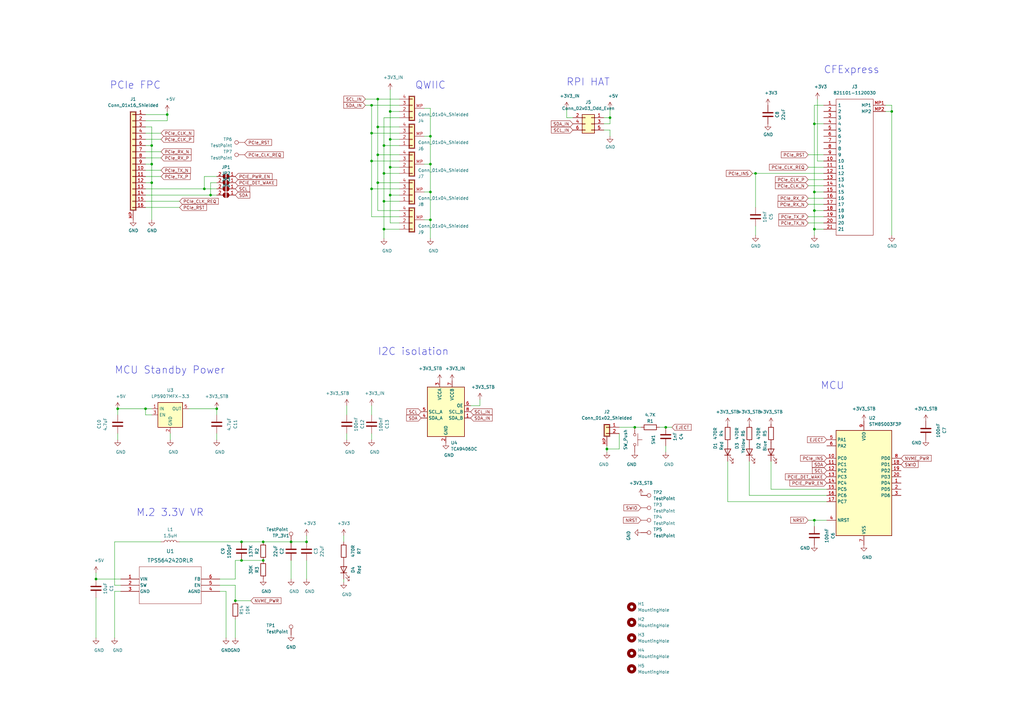
<source format=kicad_sch>
(kicad_sch (version 20211123) (generator eeschema)
  (paper "A3")
  (title_block (title "RPI5-CFE-Hat") (date "2024-03-23") (company "Will Whang"))
  (lib_symbols
    (symbol "2023-07-20_06-48-40:TPS564242DRLR" (pin_names (offset 0.254))
      (property "Reference" "U" (at 20.32 10.16 0))
      (property "Value" "TPS564242DRLR" (at 20.32 7.62 0))
      (symbol "TPS564242DRLR_0_1"
        (pin power_in line (at 0 0 0) (length 7.62) (name "VIN") (number "1"))
        (pin output line (at 0 -2.54 0) (length 7.62) (name "SW") (number "2"))
        (pin power_out line (at 0 -5.08 0) (length 7.62) (name "GND") (number "3"))
        (pin power_out line (at 40.64 -5.08 180) (length 7.62) (name "AGND") (number "4"))
        (pin input line (at 40.64 -2.54 180) (length 7.62) (name "EN") (number "5"))
        (pin input line (at 40.64 0 180) (length 7.62) (name "FB") (number "6"))
      )
    )
    (symbol "821101-1120030:821101-1120030" (pin_names (offset 0.762))
      (property "Reference" "J" (at 21.59 7.62 0))
      (property "Value" "821101-1120030" (at 21.59 5.08 0))
      (symbol "821101-1120030_0_0"
        (pin passive line (at 25.4 0 180) (length 5.08) (name "1") (number "1"))
        (pin passive line (at 25.4 -22.86 180) (length 5.08) (name "10") (number "10"))
        (pin passive line (at 25.4 -25.4 180) (length 5.08) (name "11") (number "11"))
        (pin passive line (at 25.4 -27.94 180) (length 5.08) (name "12") (number "12"))
        (pin passive line (at 25.4 -30.48 180) (length 5.08) (name "13") (number "13"))
        (pin passive line (at 25.4 -33.02 180) (length 5.08) (name "14") (number "14"))
        (pin passive line (at 25.4 -35.56 180) (length 5.08) (name "15") (number "15"))
        (pin passive line (at 25.4 -38.1 180) (length 5.08) (name "16") (number "16"))
        (pin passive line (at 25.4 -40.64 180) (length 5.08) (name "17") (number "17"))
        (pin passive line (at 25.4 -43.18 180) (length 5.08) (name "18") (number "18"))
        (pin passive line (at 25.4 -45.72 180) (length 5.08) (name "19") (number "19"))
        (pin passive line (at 25.4 -2.54 180) (length 5.08) (name "2") (number "2"))
        (pin passive line (at 25.4 -48.26 180) (length 5.08) (name "20") (number "20"))
        (pin passive line (at 25.4 -50.8 180) (length 5.08) (name "21") (number "21"))
        (pin passive line (at 25.4 -5.08 180) (length 5.08) (name "3") (number "3"))
        (pin passive line (at 25.4 -7.62 180) (length 5.08) (name "4") (number "4"))
        (pin passive line (at 25.4 -10.16 180) (length 5.08) (name "5") (number "5"))
        (pin passive line (at 25.4 -12.7 180) (length 5.08) (name "6") (number "6"))
        (pin passive line (at 25.4 -15.24 180) (length 5.08) (name "7") (number "7"))
        (pin passive line (at 25.4 -17.78 180) (length 5.08) (name "8") (number "8"))
        (pin passive line (at 25.4 -20.32 180) (length 5.08) (name "9") (number "9"))
        (pin passive line (at 0 0 0) (length 5.08) (name "MP1") (number "MP1"))
        (pin passive line (at 0 -2.54 0) (length 5.08) (name "MP2") (number "MP2"))
      )
    )
    (symbol "Connector:TestPoint" (pin_numbers hide) (pin_names (offset 0.762) hide)
      (property "Reference" "TP" (at 0 6.858 0))
      (property "Value" "TestPoint" (at 0 5.08 0))
      (symbol "TestPoint_1_1"
        (pin passive line (at 0 0 90) (length 2.54) (name "1") (number "1"))
      )
    )
    (symbol "Connector_Generic:Conn_02x03_Odd_Even" (pin_names (offset 1.016) hide)
      (property "Reference" "J" (at 1.27 5.08 0))
      (property "Value" "Conn_02x03_Odd_Even" (at 1.27 -5.08 0))
      (symbol "Conn_02x03_Odd_Even_1_1"
        (pin passive line (at -5.08 2.54 0) (length 3.81) (name "Pin_1") (number "1"))
        (pin passive line (at 7.62 2.54 180) (length 3.81) (name "Pin_2") (number "2"))
        (pin passive line (at -5.08 0 0) (length 3.81) (name "Pin_3") (number "3"))
        (pin passive line (at 7.62 0 180) (length 3.81) (name "Pin_4") (number "4"))
        (pin passive line (at -5.08 -2.54 0) (length 3.81) (name "Pin_5") (number "5"))
        (pin passive line (at 7.62 -2.54 180) (length 3.81) (name "Pin_6") (number "6"))
      )
    )
    (symbol "Connector_Generic_Shielded:Conn_01x02_Shielded" (pin_names (offset 1.016) hide)
      (property "Reference" "J?" (at 0 6.35 0))
      (property "Value" "Conn_01x02_Shielded" (at 0 3.81 0))
      (symbol "Conn_01x02_Shielded_1_1"
        (pin passive line (at -5.08 0 0) (length 4.064) (name "Pin_1") (number "1"))
        (pin passive line (at -5.08 -2.54 0) (length 4.064) (name "Pin_2") (number "2"))
        (pin passive line (at 0 -7.62 90) (length 3.81) (name "Shield") (number "MP"))
      )
    )
    (symbol "Connector_Generic_Shielded:Conn_01x04_Shielded" (pin_names (offset 1.016) hide)
      (property "Reference" "J?" (at 2.54 0.0001 0))
      (property "Value" "Conn_01x04_Shielded" (at 2.54 -2.5399 0))
      (symbol "Conn_01x04_Shielded_1_1"
        (pin passive line (at -5.08 2.54 0) (length 4.064) (name "Pin_1") (number "1"))
        (pin passive line (at -5.08 0 0) (length 4.064) (name "Pin_2") (number "2"))
        (pin passive line (at -5.08 -2.54 0) (length 4.064) (name "Pin_3") (number "3"))
        (pin passive line (at -5.08 -5.08 0) (length 4.064) (name "Pin_4") (number "4"))
        (pin passive line (at 5.08 -1.27 180) (length 3.81) (name "Shield") (number "MP"))
      )
    )
    (symbol "Connector_Generic_Shielded:Conn_01x16_Shielded" (pin_names (offset 1.016) hide)
      (property "Reference" "J?" (at 0 24.13 0))
      (property "Value" "Conn_01x16_Shielded" (at 0 21.59 0))
      (symbol "Conn_01x16_Shielded_1_1"
        (pin passive line (at -5.08 17.78 0) (length 4.064) (name "Pin_1") (number "1"))
        (pin passive line (at -5.08 -5.08 0) (length 4.064) (name "Pin_10") (number "10"))
        (pin passive line (at -5.08 -7.62 0) (length 4.064) (name "Pin_11") (number "11"))
        (pin passive line (at -5.08 -10.16 0) (length 4.064) (name "Pin_12") (number "12"))
        (pin passive line (at -5.08 -12.7 0) (length 4.064) (name "Pin_13") (number "13"))
        (pin passive line (at -5.08 -15.24 0) (length 4.064) (name "Pin_14") (number "14"))
        (pin passive line (at -5.08 -17.78 0) (length 4.064) (name "Pin_15") (number "15"))
        (pin passive line (at -5.08 -20.32 0) (length 4.064) (name "Pin_16") (number "16"))
        (pin passive line (at -5.08 15.24 0) (length 4.064) (name "Pin_2") (number "2"))
        (pin passive line (at -5.08 12.7 0) (length 4.064) (name "Pin_3") (number "3"))
        (pin passive line (at -5.08 10.16 0) (length 4.064) (name "Pin_4") (number "4"))
        (pin passive line (at -5.08 7.62 0) (length 4.064) (name "Pin_5") (number "5"))
        (pin passive line (at -5.08 5.08 0) (length 4.064) (name "Pin_6") (number "6"))
        (pin passive line (at -5.08 2.54 0) (length 4.064) (name "Pin_7") (number "7"))
        (pin passive line (at -5.08 0 0) (length 4.064) (name "Pin_8") (number "8"))
        (pin passive line (at -5.08 -2.54 0) (length 4.064) (name "Pin_9") (number "9"))
        (pin passive line (at 0 -25.4 90) (length 3.81) (name "Shield") (number "MP"))
      )
    )
    (symbol "Device:C" (pin_numbers hide) (pin_names (offset 0.254))
      (property "Reference" "C" (at 0.635 2.54 0))
      (property "Value" "C" (at 0.635 -2.54 0))
      (symbol "C_1_1"
        (pin passive line (at 0 3.81 270) (length 2.794) (name "~") (number "1"))
        (pin passive line (at 0 -3.81 90) (length 2.794) (name "~") (number "2"))
      )
    )
    (symbol "Device:L" (pin_numbers hide) (pin_names (offset 1.016) hide)
      (property "Reference" "L" (at -1.27 0 90))
      (property "Value" "L" (at 1.905 0 90))
      (symbol "L_1_1"
        (pin passive line (at 0 3.81 270) (length 1.27) (name "1") (number "1"))
        (pin passive line (at 0 -3.81 90) (length 1.27) (name "2") (number "2"))
      )
    )
    (symbol "Device:LED" (pin_numbers hide) (pin_names (offset 1.016) hide)
      (property "Reference" "D" (at 0 2.54 0))
      (property "Value" "LED" (at 0 -2.54 0))
      (symbol "LED_1_1"
        (pin passive line (at -3.81 0 0) (length 2.54) (name "K") (number "1"))
        (pin passive line (at 3.81 0 180) (length 2.54) (name "A") (number "2"))
      )
    )
    (symbol "Device:R" (pin_numbers hide) (pin_names (offset 0))
      (property "Reference" "R" (at 2.032 0 90))
      (property "Value" "R" (at 0 0 90))
      (symbol "R_1_1"
        (pin passive line (at 0 3.81 270) (length 1.27) (name "~") (number "1"))
        (pin passive line (at 0 -3.81 90) (length 1.27) (name "~") (number "2"))
      )
    )
    (symbol "Interface:TCA9406DC"
      (property "Reference" "U" (at -7.62 11.43 0))
      (property "Value" "TCA9406DC" (at 5.08 11.43 0))
      (symbol "TCA9406DC_1_1"
        (pin bidirectional line (at 10.16 -2.54 180) (length 2.54) (name "SDA_B") (number "1"))
        (pin power_in line (at 0 -12.7 90) (length 2.54) (name "GND") (number "2"))
        (pin power_in line (at -2.54 12.7 270) (length 2.54) (name "VCCA") (number "3"))
        (pin bidirectional line (at -10.16 -2.54 0) (length 2.54) (name "SDA_A") (number "4"))
        (pin bidirectional line (at -10.16 0 0) (length 2.54) (name "SCL_A") (number "5"))
        (pin input line (at 10.16 2.54 180) (length 2.54) (name "OE") (number "6"))
        (pin power_in line (at 2.54 12.7 270) (length 2.54) (name "VCCB") (number "7"))
        (pin bidirectional line (at 10.16 0 180) (length 2.54) (name "SCL_B") (number "8"))
      )
    )
    (symbol "Jumper:SolderJumper_2_Open" (pin_names (offset 0) hide)
      (property "Reference" "JP" (at 0 2.032 0))
      (property "Value" "SolderJumper_2_Open" (at 0 -2.54 0))
      (symbol "SolderJumper_2_Open_1_1"
        (pin passive line (at -3.81 0 0) (length 2.54) (name "A") (number "1"))
        (pin passive line (at 3.81 0 180) (length 2.54) (name "B") (number "2"))
      )
    )
    (symbol "MCU_ST_STM8:STM8S003F3P"
      (property "Reference" "U?" (at 2.0194 26.67 0))
      (property "Value" "STM8S003F3P" (at 2.0194 24.13 0))
      (symbol "STM8S003F3P_1_1"
        (pin bidirectional line (at 15.24 0 180) (length 3.81) (name "PD4") (number "1"))
        (pin bidirectional line (at -15.24 10.16 0) (length 3.81) (name "PC0") (number "10"))
        (pin bidirectional line (at -15.24 7.62 0) (length 3.81) (name "PC1") (number "11"))
        (pin bidirectional line (at -15.24 5.08 0) (length 3.81) (name "PC2") (number "12"))
        (pin bidirectional line (at -15.24 2.54 0) (length 3.81) (name "PC3") (number "13"))
        (pin bidirectional line (at -15.24 0 0) (length 3.81) (name "PC4") (number "14"))
        (pin bidirectional line (at -15.24 -2.54 0) (length 3.81) (name "PC5") (number "15"))
        (pin bidirectional line (at -15.24 -5.08 0) (length 3.81) (name "PC6") (number "16"))
        (pin bidirectional line (at -15.24 -7.62 0) (length 3.81) (name "PC7") (number "17"))
        (pin bidirectional line (at 15.24 7.62 180) (length 3.81) (name "PD1") (number "18"))
        (pin bidirectional line (at 15.24 5.08 180) (length 3.81) (name "PD2") (number "19"))
        (pin bidirectional line (at 15.24 -2.54 180) (length 3.81) (name "PD5") (number "2"))
        (pin bidirectional line (at 15.24 2.54 180) (length 3.81) (name "PD3") (number "20"))
        (pin bidirectional line (at 15.24 -5.08 180) (length 3.81) (name "PD6") (number "3"))
        (pin input line (at -15.24 -15.24 0) (length 3.81) (name "NRST") (number "4"))
        (pin bidirectional line (at -15.24 17.78 0) (length 3.81) (name "PA1") (number "5"))
        (pin bidirectional line (at -15.24 15.24 0) (length 3.81) (name "PA2") (number "6"))
        (pin power_in line (at 0 -25.4 90) (length 3.81) (name "VSS") (number "7"))
        (pin passive line (at 15.24 10.16 180) (length 3.81) (name "PD0") (number "8"))
        (pin power_in line (at 0 25.4 270) (length 3.81) (name "VDD") (number "9"))
      )
    )
    (symbol "Mechanical:MountingHole" (pin_names (offset 1.016))
      (property "Reference" "H" (at 0 5.08 0))
      (property "Value" "MountingHole" (at 0 3.175 0))
    )
    (symbol "Regulator_Linear:LP5907MFX-3.3"
      (property "Reference" "U" (at -3.81 6.35 0))
      (property "Value" "LP5907MFX-3.3" (at 6.35 6.35 0))
      (symbol "LP5907MFX-3.3_0_1"
        (pin power_in line (at -7.62 2.54 0) (length 2.54) (name "IN") (number "1"))
        (pin power_in line (at 0 -7.62 90) (length 2.54) (name "GND") (number "2"))
        (pin input line (at -7.62 0 0) (length 2.54) (name "EN") (number "3"))
        (pin no_connect line (at 5.08 0 180) (length 2.54) hide (name "NC") (number "4"))
        (pin power_out line (at 7.62 2.54 180) (length 2.54) (name "OUT") (number "5"))
      )
    )
    (symbol "Switch:SW_Push" (pin_numbers hide) (pin_names (offset 1.016) hide)
      (property "Reference" "SW" (at 1.27 2.54 0))
      (property "Value" "SW_Push" (at 0 -1.524 0))
      (symbol "SW_Push_0_1"
        (pin passive line (at -5.08 0 0) (length 2.54) (name "1") (number "1"))
        (pin passive line (at 5.08 0 180) (length 2.54) (name "2") (number "2"))
      )
    )
    (symbol "power:+3V3" (power) (pin_names (offset 0))
      (property "Value" "+3V3" (at 0 3.556 0))
      (symbol "+3V3_1_1"
        (pin power_in line (at 0 0 90) (length 0) hide (name "+3V3") (number "1"))
      )
    )
    (symbol "power:+3V3_IN" (power) (pin_names (offset 0))
      (property "Value" "+3V3_IN" (at 0 3.556 0))
      (symbol "+3V3_IN_1_1"
        (pin power_in line (at 0 0 90) (length 0) hide (name "+3V3_IN") (number "1"))
      )
    )
    (symbol "power:+3V3_STB" (power) (pin_names (offset 0))
      (property "Value" "+3V3_STB" (at 0 3.556 0))
      (symbol "+3V3_STB_1_1"
        (pin power_in line (at 0 0 90) (length 0) hide (name "+3V3_STB") (number "1"))
      )
    )
    (symbol "power:+5V" (power) (pin_names (offset 0))
      (property "Value" "+5V" (at 0 3.556 0))
      (symbol "+5V_1_1"
        (pin power_in line (at 0 0 90) (length 0) hide (name "+5V") (number "1"))
      )
    )
    (symbol "power:GND" (power) (pin_names (offset 0))
      (property "Value" "GND" (at 0 -3.81 0))
      (symbol "GND_1_1"
        (pin power_in line (at 0 0 270) (length 0) hide (name "GND") (number "1"))
      )
    )
  )
  (junction (at 157.48 82.55))
  (junction (at 62.23 67.31))
  (junction (at 68.58 46.99))
  (junction (at 160.02 45.72))
  (junction (at 154.94 74.93))
  (junction (at 62.23 74.93))
  (junction (at 152.4 43.18))
  (junction (at 176.53 78.74))
  (junction (at 99.06 229.87))
  (junction (at 107.95 229.87))
  (junction (at 96.52 246.38))
  (junction (at 154.94 40.64))
  (junction (at 157.48 71.12))
  (junction (at 157.48 93.98))
  (junction (at 157.48 59.69))
  (junction (at 99.06 222.25))
  (junction (at 48.26 167.64))
  (junction (at 176.53 55.88))
  (junction (at 176.53 90.17))
  (junction (at 160.02 68.58))
  (junction (at 160.02 57.15))
  (junction (at 248.92 184.15))
  (junction (at 62.23 59.69))
  (junction (at 86.36 80.01))
  (junction (at 119.38 222.25))
  (junction (at 160.02 80.01))
  (junction (at 334.01 93.98))
  (junction (at 154.94 63.5))
  (junction (at 176.53 67.31))
  (junction (at 365.76 45.72))
  (junction (at 152.4 54.61))
  (junction (at 260.35 175.26))
  (junction (at 334.01 50.8))
  (junction (at 59.69 167.64))
  (junction (at 334.01 213.36))
  (junction (at 334.01 86.36))
  (junction (at 39.37 237.49))
  (junction (at 107.95 222.25))
  (junction (at 334.01 78.74))
  (junction (at 154.94 52.07))
  (junction (at 88.9 167.64))
  (junction (at 250.19 48.26))
  (junction (at 152.4 77.47))
  (junction (at 273.05 175.26))
  (junction (at 125.73 222.25))
  (junction (at 152.4 66.04))
  (junction (at 309.88 71.12))
  (junction (at 83.82 77.47))
  (wire (pts (xy 48.26 177.8) (xy 48.26 180.34)))
  (wire (pts (xy 247.65 50.8) (xy 250.19 50.8)))
  (wire (pts (xy 163.83 43.18) (xy 152.4 43.18)))
  (wire (pts (xy 59.69 69.85) (xy 66.04 69.85)))
  (wire (pts (xy 154.94 52.07) (xy 163.83 52.07)))
  (wire (pts (xy 154.94 86.36) (xy 154.94 74.93)))
  (wire (pts (xy 163.83 88.9) (xy 152.4 88.9)))
  (wire (pts (xy 149.86 40.64) (xy 154.94 40.64)))
  (wire (pts (xy 247.65 53.34) (xy 250.19 53.34)))
  (wire (pts (xy 96.52 229.87) (xy 99.06 229.87)))
  (wire (pts (xy 119.38 229.87) (xy 119.38 237.49)))
  (wire (pts (xy 309.88 71.12) (xy 309.88 85.09)))
  (wire (pts (xy 59.69 170.18) (xy 59.69 167.64)))
  (wire (pts (xy 160.02 45.72) (xy 160.02 57.15)))
  (wire (pts (xy 96.52 246.38) (xy 102.87 246.38)))
  (wire (pts (xy 173.99 67.31) (xy 176.53 67.31)))
  (wire (pts (xy 69.85 177.8) (xy 69.85 180.34)))
  (wire (pts (xy 248.92 184.15) (xy 248.92 185.42)))
  (wire (pts (xy 173.99 44.45) (xy 176.53 44.45)))
  (wire (pts (xy 68.58 49.53) (xy 68.58 46.99)))
  (wire (pts (xy 90.17 237.49) (xy 96.52 237.49)))
  (wire (pts (xy 334.01 78.74) (xy 334.01 86.36)))
  (wire (pts (xy 232.41 48.26) (xy 232.41 44.45)))
  (wire (pts (xy 331.47 83.82) (xy 337.82 83.82)))
  (wire (pts (xy 163.83 93.98) (xy 157.48 93.98)))
  (wire (pts (xy 250.19 48.26) (xy 250.19 44.45)))
  (wire (pts (xy 119.38 222.25) (xy 125.73 222.25)))
  (wire (pts (xy 154.94 40.64) (xy 154.94 52.07)))
  (wire (pts (xy 88.9 72.39) (xy 83.82 72.39)))
  (wire (pts (xy 86.36 80.01) (xy 88.9 80.01)))
  (wire (pts (xy 309.88 71.12) (xy 337.82 71.12)))
  (wire (pts (xy 46.99 222.25) (xy 66.04 222.25)))
  (wire (pts (xy 160.02 68.58) (xy 163.83 68.58)))
  (wire (pts (xy 163.83 82.55) (xy 157.48 82.55)))
  (wire (pts (xy 49.53 240.03) (xy 46.99 240.03)))
  (wire (pts (xy 334.01 50.8) (xy 334.01 78.74)))
  (wire (pts (xy 176.53 78.74) (xy 176.53 90.17)))
  (wire (pts (xy 176.53 44.45) (xy 176.53 55.88)))
  (wire (pts (xy 107.95 222.25) (xy 119.38 222.25)))
  (wire (pts (xy 363.22 45.72) (xy 365.76 45.72)))
  (wire (pts (xy 154.94 74.93) (xy 154.94 63.5)))
  (wire (pts (xy 334.01 213.36) (xy 334.01 215.9)))
  (wire (pts (xy 160.02 80.01) (xy 163.83 80.01)))
  (wire (pts (xy 59.69 80.01) (xy 86.36 80.01)))
  (wire (pts (xy 59.69 72.39) (xy 66.04 72.39)))
  (wire (pts (xy 176.53 55.88) (xy 176.53 67.31)))
  (wire (pts (xy 163.83 86.36) (xy 154.94 86.36)))
  (wire (pts (xy 59.69 49.53) (xy 68.58 49.53)))
  (wire (pts (xy 46.99 242.57) (xy 46.99 261.62)))
  (wire (pts (xy 298.45 189.23) (xy 298.45 205.74)))
  (wire (pts (xy 59.69 77.47) (xy 83.82 77.47)))
  (wire (pts (xy 176.53 90.17) (xy 176.53 97.79)))
  (wire (pts (xy 254 184.15) (xy 248.92 184.15)))
  (wire (pts (xy 160.02 36.83) (xy 160.02 45.72)))
  (wire (pts (xy 331.47 88.9) (xy 337.82 88.9)))
  (wire (pts (xy 334.01 43.18) (xy 334.01 50.8)))
  (wire (pts (xy 157.48 59.69) (xy 157.48 71.12)))
  (wire (pts (xy 92.71 242.57) (xy 92.71 261.62)))
  (wire (pts (xy 88.9 167.64) (xy 88.9 170.18)))
  (wire (pts (xy 163.83 48.26) (xy 157.48 48.26)))
  (wire (pts (xy 142.24 166.37) (xy 142.24 170.18)))
  (wire (pts (xy 334.01 50.8) (xy 337.82 50.8)))
  (wire (pts (xy 59.69 54.61) (xy 66.04 54.61)))
  (wire (pts (xy 96.52 254) (xy 96.52 261.62)))
  (wire (pts (xy 157.48 93.98) (xy 157.48 97.79)))
  (wire (pts (xy 260.35 175.26) (xy 262.89 175.26)))
  (wire (pts (xy 173.99 78.74) (xy 176.53 78.74)))
  (wire (pts (xy 335.28 40.64) (xy 335.28 66.04)))
  (wire (pts (xy 152.4 177.8) (xy 152.4 180.34)))
  (wire (pts (xy 308.61 71.12) (xy 309.88 71.12)))
  (wire (pts (xy 309.88 92.71) (xy 309.88 96.52)))
  (wire (pts (xy 307.34 189.23) (xy 307.34 203.2)))
  (wire (pts (xy 62.23 170.18) (xy 59.69 170.18)))
  (wire (pts (xy 90.17 240.03) (xy 96.52 240.03)))
  (wire (pts (xy 152.4 66.04) (xy 152.4 54.61)))
  (wire (pts (xy 96.52 240.03) (xy 96.52 246.38)))
  (wire (pts (xy 152.4 43.18) (xy 152.4 54.61)))
  (wire (pts (xy 339.09 200.66) (xy 316.23 200.66)))
  (wire (pts (xy 86.36 74.93) (xy 86.36 80.01)))
  (wire (pts (xy 307.34 203.2) (xy 339.09 203.2)))
  (wire (pts (xy 62.23 67.31) (xy 62.23 74.93)))
  (wire (pts (xy 334.01 86.36) (xy 334.01 93.98)))
  (wire (pts (xy 59.69 85.09) (xy 73.66 85.09)))
  (wire (pts (xy 160.02 68.58) (xy 160.02 80.01)))
  (wire (pts (xy 173.99 90.17) (xy 176.53 90.17)))
  (wire (pts (xy 125.73 222.25) (xy 125.73 219.71)))
  (wire (pts (xy 68.58 46.99) (xy 68.58 45.72)))
  (wire (pts (xy 160.02 45.72) (xy 163.83 45.72)))
  (wire (pts (xy 96.52 237.49) (xy 96.52 229.87)))
  (wire (pts (xy 152.4 166.37) (xy 152.4 170.18)))
  (wire (pts (xy 125.73 229.87) (xy 125.73 237.49)))
  (wire (pts (xy 234.95 48.26) (xy 232.41 48.26)))
  (wire (pts (xy 59.69 59.69) (xy 62.23 59.69)))
  (wire (pts (xy 331.47 63.5) (xy 337.82 63.5)))
  (wire (pts (xy 331.47 91.44) (xy 337.82 91.44)))
  (wire (pts (xy 363.22 43.18) (xy 365.76 43.18)))
  (wire (pts (xy 193.04 166.37) (xy 196.85 166.37)))
  (wire (pts (xy 152.4 54.61) (xy 163.83 54.61)))
  (wire (pts (xy 62.23 52.07) (xy 62.23 59.69)))
  (wire (pts (xy 99.06 229.87) (xy 107.95 229.87)))
  (wire (pts (xy 154.94 74.93) (xy 163.83 74.93)))
  (wire (pts (xy 248.92 182.88) (xy 248.92 184.15)))
  (wire (pts (xy 99.06 222.25) (xy 107.95 222.25)))
  (wire (pts (xy 73.66 222.25) (xy 99.06 222.25)))
  (wire (pts (xy 48.26 167.64) (xy 59.69 167.64)))
  (wire (pts (xy 149.86 43.18) (xy 152.4 43.18)))
  (wire (pts (xy 160.02 80.01) (xy 160.02 91.44)))
  (wire (pts (xy 163.83 71.12) (xy 157.48 71.12)))
  (wire (pts (xy 273.05 175.26) (xy 275.59 175.26)))
  (wire (pts (xy 152.4 88.9) (xy 152.4 77.47)))
  (wire (pts (xy 160.02 91.44) (xy 163.83 91.44)))
  (wire (pts (xy 163.83 40.64) (xy 154.94 40.64)))
  (wire (pts (xy 90.17 242.57) (xy 92.71 242.57)))
  (wire (pts (xy 250.19 50.8) (xy 250.19 48.26)))
  (wire (pts (xy 157.48 48.26) (xy 157.48 59.69)))
  (wire (pts (xy 140.97 219.71) (xy 140.97 222.25)))
  (wire (pts (xy 39.37 237.49) (xy 49.53 237.49)))
  (wire (pts (xy 88.9 74.93) (xy 86.36 74.93)))
  (wire (pts (xy 339.09 205.74) (xy 298.45 205.74)))
  (wire (pts (xy 163.83 59.69) (xy 157.48 59.69)))
  (wire (pts (xy 331.47 68.58) (xy 337.82 68.58)))
  (wire (pts (xy 254 177.8) (xy 254 184.15)))
  (wire (pts (xy 152.4 77.47) (xy 163.83 77.47)))
  (wire (pts (xy 59.69 57.15) (xy 66.04 57.15)))
  (wire (pts (xy 337.82 43.18) (xy 334.01 43.18)))
  (wire (pts (xy 160.02 57.15) (xy 163.83 57.15)))
  (wire (pts (xy 152.4 77.47) (xy 152.4 66.04)))
  (wire (pts (xy 316.23 189.23) (xy 316.23 200.66)))
  (wire (pts (xy 49.53 242.57) (xy 46.99 242.57)))
  (wire (pts (xy 154.94 63.5) (xy 154.94 52.07)))
  (wire (pts (xy 196.85 166.37) (xy 196.85 163.83)))
  (wire (pts (xy 176.53 67.31) (xy 176.53 78.74)))
  (wire (pts (xy 247.65 48.26) (xy 250.19 48.26)))
  (wire (pts (xy 334.01 93.98) (xy 334.01 96.52)))
  (wire (pts (xy 160.02 57.15) (xy 160.02 68.58)))
  (wire (pts (xy 152.4 66.04) (xy 163.83 66.04)))
  (wire (pts (xy 46.99 240.03) (xy 46.99 222.25)))
  (wire (pts (xy 48.26 167.64) (xy 48.26 170.18)))
  (wire (pts (xy 331.47 213.36) (xy 334.01 213.36)))
  (wire (pts (xy 59.69 167.64) (xy 62.23 167.64)))
  (wire (pts (xy 140.97 237.49) (xy 140.97 238.76)))
  (wire (pts (xy 334.01 93.98) (xy 337.82 93.98)))
  (wire (pts (xy 331.47 81.28) (xy 337.82 81.28)))
  (wire (pts (xy 59.69 62.23) (xy 66.04 62.23)))
  (wire (pts (xy 39.37 245.11) (xy 39.37 261.62)))
  (wire (pts (xy 273.05 182.88) (xy 273.05 185.42)))
  (wire (pts (xy 157.48 82.55) (xy 157.48 93.98)))
  (wire (pts (xy 270.51 175.26) (xy 273.05 175.26)))
  (wire (pts (xy 59.69 82.55) (xy 73.66 82.55)))
  (wire (pts (xy 83.82 72.39) (xy 83.82 77.47)))
  (wire (pts (xy 59.69 67.31) (xy 62.23 67.31)))
  (wire (pts (xy 59.69 46.99) (xy 68.58 46.99)))
  (wire (pts (xy 154.94 63.5) (xy 163.83 63.5)))
  (wire (pts (xy 83.82 77.47) (xy 88.9 77.47)))
  (wire (pts (xy 339.09 213.36) (xy 334.01 213.36)))
  (wire (pts (xy 62.23 74.93) (xy 62.23 90.17)))
  (wire (pts (xy 337.82 78.74) (xy 334.01 78.74)))
  (wire (pts (xy 59.69 74.93) (xy 62.23 74.93)))
  (wire (pts (xy 77.47 167.64) (xy 88.9 167.64)))
  (wire (pts (xy 88.9 177.8) (xy 88.9 180.34)))
  (wire (pts (xy 331.47 76.2) (xy 337.82 76.2)))
  (wire (pts (xy 173.99 55.88) (xy 176.53 55.88)))
  (wire (pts (xy 250.19 53.34) (xy 250.19 55.88)))
  (wire (pts (xy 331.47 73.66) (xy 337.82 73.66)))
  (wire (pts (xy 254 175.26) (xy 260.35 175.26)))
  (wire (pts (xy 59.69 64.77) (xy 66.04 64.77)))
  (wire (pts (xy 157.48 71.12) (xy 157.48 82.55)))
  (wire (pts (xy 62.23 59.69) (xy 62.23 67.31)))
  (wire (pts (xy 142.24 177.8) (xy 142.24 180.34)))
  (wire (pts (xy 334.01 86.36) (xy 337.82 86.36)))
  (wire (pts (xy 335.28 66.04) (xy 337.82 66.04)))
  (wire (pts (xy 59.69 52.07) (xy 62.23 52.07)))
  (wire (pts (xy 39.37 234.95) (xy 39.37 237.49)))
  (wire (pts (xy 365.76 43.18) (xy 365.76 45.72)))
  (wire (pts (xy 365.76 45.72) (xy 365.76 96.52)))
  (text "MCU" (at 336.55 160.02 0) (effects (font (size 3 3)) (justify left bottom)))
  (text "PCIe FPC" (at 66.04 36.83 180) (effects (font (size 3 3)) (justify right bottom)))
  (text "MCU Standby Power" (at 46.99 153.67 0) (effects (font (size 3 3)) (justify left bottom)))
  (text "QWIIC" (at 182.88 36.83 180) (effects (font (size 3 3)) (justify right bottom)))
  (text "I2C isolation" (at 154.94 146.05 0) (effects (font (size 3 3)) (justify left bottom)))
  (text "CFExpress" (at 337.82 30.48 0) (effects (font (size 3 3)) (justify left bottom)))
  (text "M.2 3.3V VR" (at 55.88 212.09 0) (effects (font (size 3 3)) (justify left bottom)))
  (text "RPI HAT" (at 250.19 35.56 180) (effects (font (size 3 3)) (justify right bottom)))
  (global_label "PCIe_TX_N" (shape input) (at 331.47 91.44 180) (property "Intersheet References" "${INTERSHEET_REFS}" (effects hide)))
  (global_label "PCIe_CLK_N" (shape input) (at 66.04 54.61 0) (property "Intersheet References" "${INTERSHEET_REFS}" (effects hide)))
  (global_label "NVME_PWR" (shape input) (at 102.87 246.38 0) (property "Intersheet References" "${INTERSHEET_REFS}" (effects hide)))
  (global_label "SCL_IN" (shape input) (at 234.95 53.34 180) (property "Intersheet References" "${INTERSHEET_REFS}" (effects hide)))
  (global_label "SCL" (shape input) (at 96.52 77.47 0) (property "Intersheet References" "${INTERSHEET_REFS}" (effects hide)))
  (global_label "SDA_IN" (shape input) (at 193.04 171.45 0) (property "Intersheet References" "${INTERSHEET_REFS}" (effects hide)))
  (global_label "PCIe_INS" (shape input) (at 339.09 187.96 180) (property "Intersheet References" "${INTERSHEET_REFS}" (effects hide)))
  (global_label "PCIe_RST" (shape input) (at 100.33 58.42 0) (property "Intersheet References" "${INTERSHEET_REFS}" (effects hide)))
  (global_label "PCIe_TX_P" (shape input) (at 331.47 88.9 180) (property "Intersheet References" "${INTERSHEET_REFS}" (effects hide)))
  (global_label "PCIe_CLK_REQ" (shape input) (at 100.33 63.5 0) (property "Intersheet References" "${INTERSHEET_REFS}" (effects hide)))
  (global_label "PCIe_TX_P" (shape input) (at 66.04 72.39 0) (property "Intersheet References" "${INTERSHEET_REFS}" (effects hide)))
  (global_label "SDA" (shape input) (at 96.52 80.01 0) (property "Intersheet References" "${INTERSHEET_REFS}" (effects hide)))
  (global_label "SCL" (shape input) (at 339.09 193.04 180) (property "Intersheet References" "${INTERSHEET_REFS}" (effects hide)))
  (global_label "PCIe_RST" (shape input) (at 331.47 63.5 180) (property "Intersheet References" "${INTERSHEET_REFS}" (effects hide)))
  (global_label "PCIe_RX_P" (shape input) (at 331.47 81.28 180) (property "Intersheet References" "${INTERSHEET_REFS}" (effects hide)))
  (global_label "SCL" (shape input) (at 172.72 168.91 180) (property "Intersheet References" "${INTERSHEET_REFS}" (effects hide)))
  (global_label "PCIe_CLK_REQ" (shape input) (at 73.66 82.55 0) (property "Intersheet References" "${INTERSHEET_REFS}" (effects hide)))
  (global_label "PCIe_TX_N" (shape input) (at 66.04 69.85 0) (property "Intersheet References" "${INTERSHEET_REFS}" (effects hide)))
  (global_label "PCIE_DET_WAKE" (shape input) (at 339.09 195.58 180) (property "Intersheet References" "${INTERSHEET_REFS}" (effects hide)))
  (global_label "SDA_IN" (shape input) (at 149.86 43.18 180) (property "Intersheet References" "${INTERSHEET_REFS}" (effects hide)))
  (global_label "SDA" (shape input) (at 339.09 190.5 180) (property "Intersheet References" "${INTERSHEET_REFS}" (effects hide)))
  (global_label "SDA_IN" (shape input) (at 234.95 50.8 180) (property "Intersheet References" "${INTERSHEET_REFS}" (effects hide)))
  (global_label "NVME_PWR" (shape input) (at 369.57 187.96 0) (property "Intersheet References" "${INTERSHEET_REFS}" (effects hide)))
  (global_label "PCIE_PWR_EN" (shape input) (at 339.09 198.12 180) (property "Intersheet References" "${INTERSHEET_REFS}" (effects hide)))
  (global_label "PCIe_CLK_REQ" (shape input) (at 331.47 68.58 180) (property "Intersheet References" "${INTERSHEET_REFS}" (effects hide)))
  (global_label "NRST" (shape input) (at 262.89 213.36 180) (property "Intersheet References" "${INTERSHEET_REFS}" (effects hide)))
  (global_label "PCIE_PWR_EN" (shape input) (at 96.52 72.39 0) (property "Intersheet References" "${INTERSHEET_REFS}" (effects hide)))
  (global_label "EJECT" (shape input) (at 275.59 175.26 0) (property "Intersheet References" "${INTERSHEET_REFS}" (effects hide)))
  (global_label "PCIe_RST" (shape input) (at 73.66 85.09 0) (property "Intersheet References" "${INTERSHEET_REFS}" (effects hide)))
  (global_label "SCL_IN" (shape input) (at 193.04 168.91 0) (property "Intersheet References" "${INTERSHEET_REFS}" (effects hide)))
  (global_label "PCIe_CLK_N" (shape input) (at 331.47 76.2 180) (property "Intersheet References" "${INTERSHEET_REFS}" (effects hide)))
  (global_label "PCIe_CLK_P" (shape input) (at 331.47 73.66 180) (property "Intersheet References" "${INTERSHEET_REFS}" (effects hide)))
  (global_label "SWIO" (shape input) (at 369.57 190.5 0) (property "Intersheet References" "${INTERSHEET_REFS}" (effects hide)))
  (global_label "EJECT" (shape input) (at 339.09 180.34 180) (property "Intersheet References" "${INTERSHEET_REFS}" (effects hide)))
  (global_label "PCIe_RX_P" (shape input) (at 66.04 64.77 0) (property "Intersheet References" "${INTERSHEET_REFS}" (effects hide)))
  (global_label "NRST" (shape input) (at 331.47 213.36 180) (property "Intersheet References" "${INTERSHEET_REFS}" (effects hide)))
  (global_label "PCIe_RX_N" (shape input) (at 66.04 62.23 0) (property "Intersheet References" "${INTERSHEET_REFS}" (effects hide)))
  (global_label "PCIe_CLK_P" (shape input) (at 66.04 57.15 0) (property "Intersheet References" "${INTERSHEET_REFS}" (effects hide)))
  (global_label "SDA" (shape input) (at 172.72 171.45 180) (property "Intersheet References" "${INTERSHEET_REFS}" (effects hide)))
  (global_label "SCL_IN" (shape input) (at 149.86 40.64 180) (property "Intersheet References" "${INTERSHEET_REFS}" (effects hide)))
  (global_label "SWIO" (shape input) (at 262.89 208.28 180) (property "Intersheet References" "${INTERSHEET_REFS}" (effects hide)))
  (global_label "PCIE_DET_WAKE" (shape input) (at 96.52 74.93 0) (property "Intersheet References" "${INTERSHEET_REFS}" (effects hide)))
  (global_label "PCIe_INS" (shape input) (at 308.61 71.12 180) (property "Intersheet References" "${INTERSHEET_REFS}" (effects hide)))
  (global_label "PCIe_RX_N" (shape input) (at 331.47 83.82 180) (property "Intersheet References" "${INTERSHEET_REFS}" (effects hide)))
  (symbol (lib_id "power:GND") (at 96.52 261.62 0) (mirror y) (unit 1)
    (property "Reference" "#PWR0120" (effects hide))
    (property "Value" "GND" (at 96.52 266.7 0))
  )
  (symbol (lib_id "power:+3V3_STB") (at 298.45 173.99 0) (unit 1)
    (property "Reference" "#PWR0109" (effects hide))
    (property "Value" "+3V3_STB" (at 298.45 168.91 0))
  )
  (symbol (lib_id "Jumper:SolderJumper_2_Open") (at 92.71 80.01 180) (unit 1)
    (property "Reference" "JP4" (at 92.71 76.2 0))
    (property "Value" "SolderJumper_2_Open" (effects hide))
    (property "Footprint" "Jumper:SolderJumper-2_P1.3mm_Open_Pad1.0x1.5mm" (effects hide))
  )
  (symbol (lib_id "power:GND") (at 48.26 180.34 0) (unit 1)
    (property "Reference" "#PWR0107" (effects hide))
    (property "Value" "GND" (at 49.53 185.42 0))
  )
  (symbol (lib_id "Device:C") (at 309.88 88.9 0) (unit 1)
    (property "Reference" "C5" (at 316.23 88.9 90))
    (property "Value" "10nF" (at 313.69 88.9 90))
    (property "Footprint" "Capacitor_SMD:C_0402_1005Metric" (effects hide))
  )
  (symbol (lib_id "power:GND") (at 250.19 55.88 0) (unit 1)
    (property "Reference" "#PWR0153" (effects hide))
    (property "Value" "GND" (at 250.317 60.2742 0))
  )
  (symbol (lib_id "Device:R") (at 107.95 233.68 0) (unit 1)
    (property "Reference" "R3" (at 105.41 233.68 90))
    (property "Value" "30K" (at 102.87 233.68 90))
    (property "Footprint" "Resistor_SMD:R_0402_1005Metric" (effects hide))
  )
  (symbol (lib_id "Connector_Generic_Shielded:Conn_01x04_Shielded") (at 168.91 57.15 0) (mirror x) (unit 1)
    (property "Reference" "J6" (at 171.45 60.96 0) (effects (justify left)))
    (property "Value" "Conn_01x04_Shielded" (at 171.45 58.42 0) (effects (justify left)))
    (property "Footprint" "Connector_JST:JST_SH_SM04B-SRSS-TB_1x04-1MP_P1.00mm_Horizontal" (effects hide))
  )
  (symbol (lib_id "power:GND") (at 176.53 97.79 0) (unit 1)
    (property "Reference" "#PWR0135" (effects hide))
    (property "Value" "GND" (at 177.8 102.87 0))
  )
  (symbol (lib_id "power:+3V3_STB") (at 180.34 156.21 0) (unit 1)
    (property "Reference" "#PWR0144" (effects hide))
    (property "Value" "+3V3_STB" (at 176.53 151.13 0))
  )
  (symbol (lib_id "power:GND") (at 92.71 261.62 0) (mirror y) (unit 1)
    (property "Reference" "#PWR0118" (effects hide))
    (property "Value" "GND" (at 92.71 266.7 0))
  )
  (symbol (lib_id "Device:LED") (at 307.34 185.42 90) (unit 1)
    (property "Reference" "D3" (at 302.26 182.88 0))
    (property "Value" "Yellow" (at 304.8 182.88 0))
    (property "Footprint" "LED_SMD:LED_0603_1608Metric" (effects hide))
  )
  (symbol (lib_id "power:GND") (at 273.05 185.42 0) (unit 1)
    (property "Reference" "#PWR0103" (effects hide))
    (property "Value" "GND" (at 274.32 190.5 0))
  )
  (symbol (lib_id "power:GND") (at 107.95 237.49 0) (unit 1)
    (property "Reference" "#PWR0126" (effects hide))
    (property "Value" "GND" (at 109.22 242.57 0))
  )
  (symbol (lib_id "power:+3V3_STB") (at 379.73 172.72 0) (unit 1)
    (property "Reference" "#PWR0148" (effects hide))
    (property "Value" "+3V3_STB" (at 379.73 167.64 0))
  )
  (symbol (lib_id "Device:C") (at 379.73 176.53 0) (unit 1)
    (property "Reference" "C7" (at 387.35 176.53 90))
    (property "Value" "100nF" (at 384.81 176.53 90))
    (property "Footprint" "Capacitor_SMD:C_0402_1005Metric" (effects hide))
  )
  (symbol (lib_id "Device:C") (at 39.37 241.3 0) (unit 1)
    (property "Reference" "C1" (at 45.72 241.3 90))
    (property "Value" "10uF" (at 43.18 241.3 90))
    (property "Footprint" "Capacitor_SMD:C_0805_2012Metric" (effects hide))
  )
  (symbol (lib_id "Device:C") (at 314.96 46.99 180) (unit 1)
    (property "Reference" "C8" (at 318.77 46.99 90))
    (property "Value" "22uF" (at 321.31 46.99 90))
    (property "Footprint" "Capacitor_SMD:C_0805_2012Metric" (effects hide))
  )
  (symbol (lib_id "power:+3V3_STB") (at 196.85 163.83 0) (unit 1)
    (property "Reference" "#PWR0150" (effects hide))
    (property "Value" "+3V3_STB" (at 198.12 158.75 0))
  )
  (symbol (lib_id "power:+3V3_STB") (at 354.33 172.72 0) (unit 1)
    (property "Reference" "#PWR0149" (effects hide))
    (property "Value" "+3V3_STB" (at 354.33 167.64 0))
  )
  (symbol (lib_id "Device:L") (at 69.85 222.25 90) (unit 1)
    (property "Reference" "L1" (at 69.85 217.17 90))
    (property "Value" "1.5uH" (at 69.85 219.71 90))
    (property "Footprint" "Inductor_SMD:L_Vishay_IHLP-2020" (effects hide))
  )
  (symbol (lib_id "power:GND") (at 260.35 185.42 0) (mirror y) (unit 1)
    (property "Reference" "#PWR0104" (effects hide))
    (property "Value" "GND" (at 259.08 190.5 0))
  )
  (symbol (lib_id "Connector:TestPoint") (at 262.89 213.36 270) (unit 1)
    (property "Reference" "TP4" (at 267.97 212.09 90) (effects (justify left)))
    (property "Value" "TestPoint" (at 267.97 214.63 90) (effects (justify left)))
    (property "Footprint" "TestPoint:TestPoint_Pad_D1.0mm" (effects hide))
  )
  (symbol (lib_id "Jumper:SolderJumper_2_Open") (at 92.71 77.47 180) (unit 1)
    (property "Reference" "JP3" (at 92.71 73.66 0))
    (property "Value" "SolderJumper_2_Open" (effects hide))
    (property "Footprint" "Jumper:SolderJumper-2_P1.3mm_Open_Pad1.0x1.5mm" (effects hide))
  )
  (symbol (lib_id "power:+3V3_STB") (at 88.9 167.64 0) (unit 1)
    (property "Reference" "#PWR0147" (effects hide))
    (property "Value" "+3V3_STB" (at 88.9 162.56 0))
  )
  (symbol (lib_id "power:GND") (at 157.48 97.79 0) (unit 1)
    (property "Reference" "#PWR0130" (effects hide))
    (property "Value" "GND" (at 158.75 102.87 0))
  )
  (symbol (lib_id "Connector:TestPoint") (at 100.33 63.5 90) (mirror x) (unit 1)
    (property "Reference" "TP7" (at 95.25 62.23 90) (effects (justify left)))
    (property "Value" "TestPoint" (at 95.25 64.77 90) (effects (justify left)))
    (property "Footprint" "TestPoint:TestPoint_Pad_D1.0mm" (effects hide))
  )
  (symbol (lib_id "power:GND") (at 379.73 180.34 0) (unit 1)
    (property "Reference" "#PWR0114" (effects hide))
    (property "Value" "GND" (at 375.92 181.61 0))
  )
  (symbol (lib_id "Mechanical:MountingHole") (at 259.08 267.97 0) (unit 1)
    (property "Reference" "H4" (at 261.62 266.6999 0) (effects (justify left)))
    (property "Value" "MountingHole" (at 261.62 269.2399 0) (effects (justify left)))
    (property "Footprint" "MountingHole:MountingHole_2.7mm_M2.5" (effects hide))
  )
  (symbol (lib_id "power:GND") (at 125.73 237.49 0) (unit 1)
    (property "Reference" "#PWR0124" (effects hide))
    (property "Value" "GND" (at 127 242.57 0))
  )
  (symbol (lib_id "Device:LED") (at 316.23 185.42 90) (unit 1)
    (property "Reference" "D2" (at 311.15 182.88 0))
    (property "Value" "Blue" (at 313.69 182.88 0))
    (property "Footprint" "LED_SMD:LED_0603_1608Metric" (effects hide))
  )
  (symbol (lib_id "Connector:TestPoint") (at 119.38 260.35 0) (unit 1)
    (property "Reference" "TP1" (at 109.22 256.54 0) (effects (justify left)))
    (property "Value" "TestPoint" (at 109.22 259.08 0) (effects (justify left)))
    (property "Footprint" "TestPoint:TestPoint_Pad_D1.0mm" (effects hide))
  )
  (symbol (lib_id "Connector_Generic_Shielded:Conn_01x04_Shielded") (at 168.91 91.44 0) (mirror x) (unit 1)
    (property "Reference" "J9" (at 171.45 95.25 0) (effects (justify left)))
    (property "Value" "Conn_01x04_Shielded" (at 171.45 92.71 0) (effects (justify left)))
    (property "Footprint" "Connector_JST:JST_SH_SM04B-SRSS-TB_1x04-1MP_P1.00mm_Horizontal" (effects hide))
  )
  (symbol (lib_id "Jumper:SolderJumper_2_Open") (at 92.71 74.93 180) (unit 1)
    (property "Reference" "JP2" (at 92.71 71.12 0))
    (property "Value" "SolderJumper_2_Open" (effects hide))
    (property "Footprint" "Jumper:SolderJumper-2_P1.3mm_Open_Pad1.0x1.5mm" (effects hide))
  )
  (symbol (lib_id "power:+5V") (at 68.58 45.72 0) (unit 1)
    (property "Reference" "#PWR0101" (effects hide))
    (property "Value" "+5V" (at 69.85 40.64 0))
  )
  (symbol (lib_id "power:+3V3") (at 314.96 43.18 0) (unit 1)
    (property "Reference" "#PWR0133" (effects hide))
    (property "Value" "+3V3" (at 316.23 38.1 0))
  )
  (symbol (lib_id "power:GND") (at 314.96 50.8 0) (unit 1)
    (property "Reference" "#PWR0134" (effects hide))
    (property "Value" "GND" (at 315.087 55.1942 0))
  )
  (symbol (lib_id "2023-07-20_06-48-40:TPS564242DRLR") (at 49.53 237.49 0) (unit 1)
    (property "Reference" "U1" (at 69.85 226.06 0) (effects (font (size 1.524 1.524))))
    (property "Value" "TPS564242DRLR" (at 69.85 229.87 0) (effects (font (size 1.524 1.524))))
    (property "Footprint" "footprint:TPS564242DRLR_TEX" (effects hide))
    (property "Datasheet" "TPS564242DRLR" (effects hide))
  )
  (symbol (lib_id "Interface:TCA9406DC") (at 182.88 168.91 0) (unit 1)
    (property "Reference" "U4" (at 184.8994 181.61 0) (effects (justify left)))
    (property "Value" "TCA9406DC" (at 184.8994 184.15 0) (effects (justify left)))
    (property "Footprint" "footprints:TCA9406DCUR" (effects hide))
    (property "Datasheet" "www.ti.com/lit/ds/symlink/tca9406.pdf" (effects hide))
  )
  (symbol (lib_id "Connector_Generic:Conn_02x03_Odd_Even") (at 242.57 50.8 0) (mirror y) (unit 1)
    (property "Reference" "J5" (at 241.3 41.91 0))
    (property "Value" "Conn_02x03_Odd_Even" (at 241.3 44.45 0))
    (property "Footprint" "Connector_PinSocket_2.54mm:PinSocket_2x03_P2.54mm_Vertical" (effects hide))
  )
  (symbol (lib_id "Device:C") (at 142.24 173.99 0) (unit 1)
    (property "Reference" "C12" (at 148.59 173.99 90))
    (property "Value" "100nF" (at 146.05 173.99 90))
    (property "Footprint" "Capacitor_SMD:C_0402_1005Metric" (effects hide))
  )
  (symbol (lib_id "Connector:TestPoint") (at 262.89 208.28 270) (unit 1)
    (property "Reference" "TP3" (at 267.97 207.01 90) (effects (justify left)))
    (property "Value" "TestPoint" (at 267.97 209.55 90) (effects (justify left)))
    (property "Footprint" "TestPoint:TestPoint_Pad_D1.0mm" (effects hide))
  )
  (symbol (lib_id "Device:R") (at 107.95 226.06 0) (unit 1)
    (property "Reference" "R2" (at 105.41 226.06 90))
    (property "Value" "137K" (at 102.87 226.06 90))
    (property "Footprint" "Resistor_SMD:R_0402_1005Metric" (effects hide))
  )
  (symbol (lib_id "Mechanical:MountingHole") (at 259.08 248.92 0) (unit 1)
    (property "Reference" "H1" (at 261.62 247.6499 0) (effects (justify left)))
    (property "Value" "MountingHole" (at 261.62 250.1899 0) (effects (justify left)))
    (property "Footprint" "MountingHole:MountingHole_2.7mm_M2.5" (effects hide))
  )
  (symbol (lib_id "power:GND") (at 182.88 181.61 0) (unit 1)
    (property "Reference" "#PWR0143" (effects hide))
    (property "Value" "GND" (at 184.15 186.69 0))
  )
  (symbol (lib_id "Connector:TestPoint") (at 100.33 58.42 90) (mirror x) (unit 1)
    (property "Reference" "TP6" (at 95.25 57.15 90) (effects (justify left)))
    (property "Value" "TestPoint" (at 95.25 59.69 90) (effects (justify left)))
    (property "Footprint" "TestPoint:TestPoint_Pad_D1.0mm" (effects hide))
  )
  (symbol (lib_id "power:GND") (at 142.24 180.34 0) (unit 1)
    (property "Reference" "#PWR0139" (effects hide))
    (property "Value" "GND" (at 143.51 185.42 0))
  )
  (symbol (lib_id "power:+5V") (at 48.26 167.64 0) (unit 1)
    (property "Reference" "#PWR0108" (effects hide))
    (property "Value" "+5V" (at 49.53 162.56 0))
  )
  (symbol (lib_id "power:+3V3_STB") (at 142.24 166.37 0) (unit 1)
    (property "Reference" "#PWR0138" (effects hide))
    (property "Value" "+3V3_STB" (at 138.43 161.29 0))
  )
  (symbol (lib_id "power:+5V") (at 39.37 234.95 0) (unit 1)
    (property "Reference" "#PWR0121" (effects hide))
    (property "Value" "+5V" (at 40.64 229.87 0))
  )
  (symbol (lib_id "Device:C") (at 48.26 173.99 180) (unit 1)
    (property "Reference" "C10" (at 40.64 173.99 90))
    (property "Value" "4.7uF" (at 43.18 173.99 90))
    (property "Footprint" "Capacitor_SMD:C_0603_1608Metric" (effects hide))
  )
  (symbol (lib_id "power:GND") (at 140.97 238.76 0) (unit 1)
    (property "Reference" "#PWR0129" (effects hide))
    (property "Value" "GND" (at 142.24 243.84 0))
  )
  (symbol (lib_id "power:GND") (at 46.99 261.62 0) (unit 1)
    (property "Reference" "#PWR0122" (effects hide))
    (property "Value" "GND" (at 48.26 266.7 0))
  )
  (symbol (lib_id "Switch:SW_Push") (at 260.35 180.34 270) (mirror x) (unit 1)
    (property "Reference" "SW1" (at 267.97 180.34 0))
    (property "Value" "SW_Push" (at 256.54 180.34 0))
    (property "Footprint" "Button_Switch_SMD:Panasonic_EVQPUM_EVQPUD" (effects hide))
  )
  (symbol (lib_id "power:+3V3") (at 335.28 40.64 0) (unit 1)
    (property "Reference" "#PWR0110" (effects hide))
    (property "Value" "+3V3" (at 336.55 35.56 0))
  )
  (symbol (lib_id "Device:LED") (at 298.45 185.42 90) (unit 1)
    (property "Reference" "D1" (at 293.37 182.88 0))
    (property "Value" "Red" (at 295.91 182.88 0))
    (property "Footprint" "LED_SMD:LED_0603_1608Metric" (effects hide))
  )
  (symbol (lib_id "power:GND") (at 152.4 180.34 0) (unit 1)
    (property "Reference" "#PWR0140" (effects hide))
    (property "Value" "GND" (at 153.67 185.42 0))
  )
  (symbol (lib_id "power:+3V3_IN") (at 152.4 166.37 0) (unit 1)
    (property "Reference" "#PWR0141" (effects hide))
    (property "Value" "+3V3_IN" (at 153.67 161.29 0))
  )
  (symbol (lib_id "power:+3V3_STB") (at 262.89 203.2 0) (unit 1)
    (property "Reference" "#PWR0132" (effects hide))
    (property "Value" "+3V3_STB" (at 262.89 198.12 0))
  )
  (symbol (lib_id "power:GND") (at 39.37 261.62 0) (unit 1)
    (property "Reference" "#PWR0123" (effects hide))
    (property "Value" "GND" (at 40.64 266.7 0))
  )
  (symbol (lib_id "power:+3V3_STB") (at 307.34 173.99 0) (unit 1)
    (property "Reference" "#PWR0115" (effects hide))
    (property "Value" "+3V3_STB" (at 307.34 168.91 0))
  )
  (symbol (lib_id "power:+3V3_STB") (at 316.23 173.99 0) (unit 1)
    (property "Reference" "#PWR0111" (effects hide))
    (property "Value" "+3V3_STB" (at 316.23 168.91 0))
  )
  (symbol (lib_id "821101-1120030:821101-1120030") (at 363.22 43.18 0) (mirror y) (unit 1)
    (property "Reference" "J3" (at 350.52 35.56 0))
    (property "Value" "821101-1120030" (at 350.52 38.1 0))
    (property "Footprint" "footprints:8211011120030" (effects hide))
    (property "Datasheet" "http://www.rego.com.tw/_admin/upload/product/rego_1619573359ocrfvi.pdf" (effects hide))
    (property "Description" "Memory Card Connectors Push-Pull With Lock 4.75 x 36.8 x 34.45, 0.5A, 5VDC." (effects hide))
    (property "Height" "7" (effects hide))
    (property "Manufacturer_Name" "Rego Electronics" (effects hide))
    (property "Manufacturer_Part_Number" "821101-1120030" (effects hide))
  )
  (symbol (lib_id "Device:C") (at 99.06 226.06 180) (unit 1)
    (property "Reference" "C9" (at 91.44 226.06 90))
    (property "Value" "100pF" (at 93.98 226.06 90))
    (property "Footprint" "Capacitor_SMD:C_0402_1005Metric" (effects hide))
  )
  (symbol (lib_id "Device:C") (at 273.05 179.07 0) (unit 1)
    (property "Reference" "C4" (at 279.4 179.07 90))
    (property "Value" "1nF" (at 276.86 179.07 90))
    (property "Footprint" "Capacitor_SMD:C_0402_1005Metric" (effects hide))
  )
  (symbol (lib_id "power:+3V3") (at 140.97 219.71 0) (unit 1)
    (property "Reference" "#PWR?" (effects hide))
    (property "Value" "+3V3" (at 140.97 214.63 0))
  )
  (symbol (lib_id "Device:R") (at 307.34 177.8 0) (unit 1)
    (property "Reference" "R6" (at 304.8 177.8 90))
    (property "Value" "470R" (at 302.26 177.8 90))
    (property "Footprint" "Resistor_SMD:R_0402_1005Metric" (effects hide))
  )
  (symbol (lib_id "Connector_Generic_Shielded:Conn_01x02_Shielded") (at 248.92 175.26 0) (mirror y) (unit 1)
    (property "Reference" "J2" (at 248.92 168.91 0))
    (property "Value" "Conn_01x02_Shielded" (at 248.92 171.45 0))
    (property "Footprint" "Connector_JST:JST_SH_SM02B-SRSS-TB_1x02-1MP_P1.00mm_Horizontal" (effects hide))
  )
  (symbol (lib_id "Device:R") (at 140.97 226.06 0) (unit 1)
    (property "Reference" "R7" (at 147.32 226.06 90))
    (property "Value" "470R" (at 144.78 226.06 90))
    (property "Footprint" "Resistor_SMD:R_0402_1005Metric" (effects hide))
  )
  (symbol (lib_id "power:GND") (at 262.89 218.44 270) (unit 1)
    (property "Reference" "#PWR0131" (effects hide))
    (property "Value" "GND" (at 257.81 219.71 0))
  )
  (symbol (lib_id "Connector:TestPoint") (at 262.89 218.44 270) (unit 1)
    (property "Reference" "TP5" (at 267.97 217.17 90) (effects (justify left)))
    (property "Value" "TestPoint" (at 267.97 219.71 90) (effects (justify left)))
    (property "Footprint" "TestPoint:TestPoint_Pad_D1.0mm" (effects hide))
  )
  (symbol (lib_id "Device:R") (at 96.52 250.19 180) (unit 1)
    (property "Reference" "R14" (at 99.06 250.19 90))
    (property "Value" "10K" (at 101.6 250.19 90))
    (property "Footprint" "Resistor_SMD:R_0402_1005Metric" (effects hide))
  )
  (symbol (lib_id "power:GND") (at 354.33 223.52 0) (unit 1)
    (property "Reference" "#PWR0113" (effects hide))
    (property "Value" "GND" (at 355.6 228.6 0))
  )
  (symbol (lib_id "power:GND") (at 88.9 180.34 0) (unit 1)
    (property "Reference" "#PWR0146" (effects hide))
    (property "Value" "GND" (at 90.17 185.42 0))
  )
  (symbol (lib_id "Device:R") (at 298.45 177.8 0) (unit 1)
    (property "Reference" "R4" (at 295.91 177.8 90))
    (property "Value" "470R" (at 293.37 177.8 90))
    (property "Footprint" "Resistor_SMD:R_0402_1005Metric" (effects hide))
  )
  (symbol (lib_id "Device:C") (at 125.73 226.06 180) (unit 1)
    (property "Reference" "C3" (at 129.54 226.06 90))
    (property "Value" "22uF" (at 132.08 226.06 90))
    (property "Footprint" "Capacitor_SMD:C_0805_2012Metric" (effects hide))
  )
  (symbol (lib_id "Mechanical:MountingHole") (at 259.08 261.62 0) (unit 1)
    (property "Reference" "H3" (at 261.62 260.3499 0) (effects (justify left)))
    (property "Value" "MountingHole" (at 261.62 262.8899 0) (effects (justify left)))
    (property "Footprint" "MountingHole:MountingHole_2.7mm_M2.5" (effects hide))
  )
  (symbol (lib_id "power:+5V") (at 250.19 44.45 0) (unit 1)
    (property "Reference" "#PWR0154" (effects hide))
    (property "Value" "+5V" (at 251.46 39.37 0))
  )
  (symbol (lib_id "power:GND") (at 334.01 96.52 0) (unit 1)
    (property "Reference" "#PWR0117" (effects hide))
    (property "Value" "GND" (at 334.137 100.9142 0))
  )
  (symbol (lib_id "power:+3V3") (at 125.73 219.71 0) (unit 1)
    (property "Reference" "#PWR0106" (effects hide))
    (property "Value" "+3V3" (at 127 214.63 0))
  )
  (symbol (lib_id "Mechanical:MountingHole") (at 259.08 274.32 0) (unit 1)
    (property "Reference" "H5" (at 261.62 273.0499 0) (effects (justify left)))
    (property "Value" "MountingHole" (at 261.62 275.5899 0) (effects (justify left)))
    (property "Footprint" "MountingHole:MountingHole_2.7mm_M2.5" (effects hide))
  )
  (symbol (lib_id "power:+3V3_IN") (at 185.42 156.21 0) (unit 1)
    (property "Reference" "#PWR0142" (effects hide))
    (property "Value" "+3V3_IN" (at 186.69 151.13 0))
  )
  (symbol (lib_id "Connector_Generic_Shielded:Conn_01x04_Shielded") (at 168.91 45.72 0) (mirror x) (unit 1)
    (property "Reference" "J4" (at 171.45 49.53 0) (effects (justify left)))
    (property "Value" "Conn_01x04_Shielded" (at 171.45 46.99 0) (effects (justify left)))
    (property "Footprint" "Connector_JST:JST_SH_SM04B-SRSS-TB_1x04-1MP_P1.00mm_Horizontal" (effects hide))
  )
  (symbol (lib_id "Device:C") (at 88.9 173.99 0) (unit 1)
    (property "Reference" "C11" (at 96.52 173.99 90))
    (property "Value" "4.7uF" (at 93.98 173.99 90))
    (property "Footprint" "Capacitor_SMD:C_0603_1608Metric" (effects hide))
  )
  (symbol (lib_id "Device:LED") (at 140.97 233.68 90) (unit 1)
    (property "Reference" "D4" (at 144.78 233.68 0))
    (property "Value" "Red" (at 147.32 233.68 0))
    (property "Footprint" "LED_SMD:LED_0603_1608Metric" (effects hide))
  )
  (symbol (lib_id "power:+3V3_IN") (at 160.02 36.83 0) (unit 1)
    (property "Reference" "#PWR0151" (effects hide))
    (property "Value" "+3V3_IN" (at 161.29 31.75 0))
  )
  (symbol (lib_id "Connector_Generic_Shielded:Conn_01x04_Shielded") (at 168.91 68.58 0) (mirror x) (unit 1)
    (property "Reference" "J7" (at 171.45 72.39 0) (effects (justify left)))
    (property "Value" "Conn_01x04_Shielded" (at 171.45 69.85 0) (effects (justify left)))
    (property "Footprint" "Connector_JST:JST_SH_SM04B-SRSS-TB_1x04-1MP_P1.00mm_Horizontal" (effects hide))
  )
  (symbol (lib_id "power:GND") (at 119.38 260.35 0) (unit 1)
    (property "Reference" "#PWR0119" (effects hide))
    (property "Value" "GND" (at 119.38 265.43 0))
  )
  (symbol (lib_id "power:GND") (at 334.01 223.52 0) (unit 1)
    (property "Reference" "#PWR0112" (effects hide))
    (property "Value" "GND" (at 330.2 224.79 0))
  )
  (symbol (lib_id "MCU_ST_STM8:STM8S003F3P") (at 354.33 198.12 0) (unit 1)
    (property "Reference" "U2" (at 356.3494 171.45 0) (effects (justify left)))
    (property "Value" "STM8S003F3P" (at 356.3494 173.99 0) (effects (justify left)))
    (property "Footprint" "Package_SO:TSSOP-20_4.4x6.5mm_P0.65mm" (effects hide))
    (property "Datasheet" "http://www.st.com/st-web-ui/static/active/en/resource/technical/document/datasheet/DM00024550.pdf" (effects hide))
  )
  (symbol (lib_id "Connector_Generic_Shielded:Conn_01x04_Shielded") (at 168.91 80.01 0) (mirror x) (unit 1)
    (property "Reference" "J8" (at 171.45 83.82 0) (effects (justify left)))
    (property "Value" "Conn_01x04_Shielded" (at 171.45 81.28 0) (effects (justify left)))
    (property "Footprint" "Connector_JST:JST_SH_SM04B-SRSS-TB_1x04-1MP_P1.00mm_Horizontal" (effects hide))
  )
  (symbol (lib_id "Device:C") (at 152.4 173.99 0) (unit 1)
    (property "Reference" "C13" (at 158.75 173.99 90))
    (property "Value" "100nF" (at 156.21 173.99 90))
    (property "Footprint" "Capacitor_SMD:C_0402_1005Metric" (effects hide))
  )
  (symbol (lib_id "power:GND") (at 54.61 90.17 0) (unit 1)
    (property "Reference" "#PWR0136" (effects hide))
    (property "Value" "GND" (at 54.737 94.5642 0))
  )
  (symbol (lib_id "power:GND") (at 69.85 180.34 0) (unit 1)
    (property "Reference" "#PWR0145" (effects hide))
    (property "Value" "GND" (at 71.12 185.42 0))
  )
  (symbol (lib_id "power:GND") (at 62.23 90.17 0) (unit 1)
    (property "Reference" "#PWR0102" (effects hide))
    (property "Value" "GND" (at 62.357 94.5642 0))
  )
  (symbol (lib_id "power:+3V3_IN") (at 232.41 44.45 0) (unit 1)
    (property "Reference" "#PWR0152" (effects hide))
    (property "Value" "+3V3_IN" (at 233.68 39.37 0))
  )
  (symbol (lib_id "Device:R") (at 266.7 175.26 270) (unit 1)
    (property "Reference" "R1" (at 266.7 172.72 90))
    (property "Value" "4.7K" (at 266.7 170.18 90))
    (property "Footprint" "Resistor_SMD:R_0402_1005Metric" (effects hide))
  )
  (symbol (lib_id "Device:R") (at 316.23 177.8 0) (unit 1)
    (property "Reference" "R5" (at 313.69 177.8 90))
    (property "Value" "470R" (at 311.15 177.8 90))
    (property "Footprint" "Resistor_SMD:R_0402_1005Metric" (effects hide))
  )
  (symbol (lib_id "power:GND") (at 119.38 237.49 0) (unit 1)
    (property "Reference" "#PWR0125" (effects hide))
    (property "Value" "GND" (at 120.65 242.57 0))
  )
  (symbol (lib_id "Connector_Generic_Shielded:Conn_01x16_Shielded") (at 54.61 64.77 0) (mirror y) (unit 1)
    (property "Reference" "J1" (at 54.61 40.64 0))
    (property "Value" "Conn_01x16_Shielded" (at 54.61 43.18 0))
    (property "Footprint" "Connector_FFC-FPC:Hirose_FH12-16S-0.5SH_1x16-1MP_P0.50mm_Horizontal" (effects hide))
  )
  (symbol (lib_id "Mechanical:MountingHole") (at 259.08 255.27 0) (unit 1)
    (property "Reference" "H2" (at 261.62 253.9999 0) (effects (justify left)))
    (property "Value" "MountingHole" (at 261.62 256.5399 0) (effects (justify left)))
    (property "Footprint" "MountingHole:MountingHole_2.7mm_M2.5" (effects hide))
  )
  (symbol (lib_id "Device:C") (at 119.38 226.06 0) (unit 1)
    (property "Reference" "C2" (at 115.57 226.06 90))
    (property "Value" "22uF" (at 113.03 226.06 90))
    (property "Footprint" "Capacitor_SMD:C_0805_2012Metric" (effects hide))
  )
  (symbol (lib_id "Jumper:SolderJumper_2_Open") (at 92.71 72.39 180) (unit 1)
    (property "Reference" "JP1" (at 92.71 68.58 0))
    (property "Value" "SolderJumper_2_Open" (effects hide))
    (property "Footprint" "Jumper:SolderJumper-2_P1.3mm_Open_Pad1.0x1.5mm" (effects hide))
  )
  (symbol (lib_id "Connector:TestPoint") (at 119.38 222.25 0) (unit 1)
    (property "Reference" "TP_3V1" (at 111.76 219.71 0) (effects (justify left)))
    (property "Value" "TestPoint" (at 109.22 217.17 0) (effects (justify left)))
    (property "Footprint" "TestPoint:TestPoint_Pad_D1.0mm" (effects hide))
  )
  (symbol (lib_id "Connector:TestPoint") (at 262.89 203.2 270) (unit 1)
    (property "Reference" "TP2" (at 267.97 201.93 90) (effects (justify left)))
    (property "Value" "TestPoint" (at 267.97 204.47 90) (effects (justify left)))
    (property "Footprint" "TestPoint:TestPoint_Pad_D1.0mm" (effects hide))
  )
  (symbol (lib_id "Device:C") (at 334.01 219.71 0) (unit 1)
    (property "Reference" "C6" (at 341.63 219.71 90))
    (property "Value" "100nF" (at 339.09 219.71 90))
    (property "Footprint" "Capacitor_SMD:C_0402_1005Metric" (effects hide))
  )
  (symbol (lib_id "Regulator_Linear:LP5907MFX-3.3") (at 69.85 170.18 0) (unit 1)
    (property "Reference" "U3" (at 69.85 160.02 0))
    (property "Value" "LP5907MFX-3.3" (at 69.85 162.56 0))
    (property "Footprint" "Package_TO_SOT_SMD:SOT-23-5" (effects hide))
    (property "Datasheet" "http://www.ti.com/lit/ds/symlink/lp5907.pdf" (effects hide))
  )
  (symbol (lib_id "power:GND") (at 248.92 185.42 0) (mirror y) (unit 1)
    (property "Reference" "#PWR0127" (effects hide))
    (property "Value" "GND" (at 247.65 190.5 0))
  )
  (symbol (lib_id "power:GND") (at 365.76 96.52 0) (unit 1)
    (property "Reference" "#PWR0116" (effects hide))
    (property "Value" "GND" (at 365.887 100.9142 0))
  )
  (symbol (lib_id "power:GND") (at 309.88 96.52 0) (unit 1)
    (property "Reference" "#PWR0105" (effects hide))
    (property "Value" "GND" (at 310.007 100.9142 0))
  )
)
</source>
